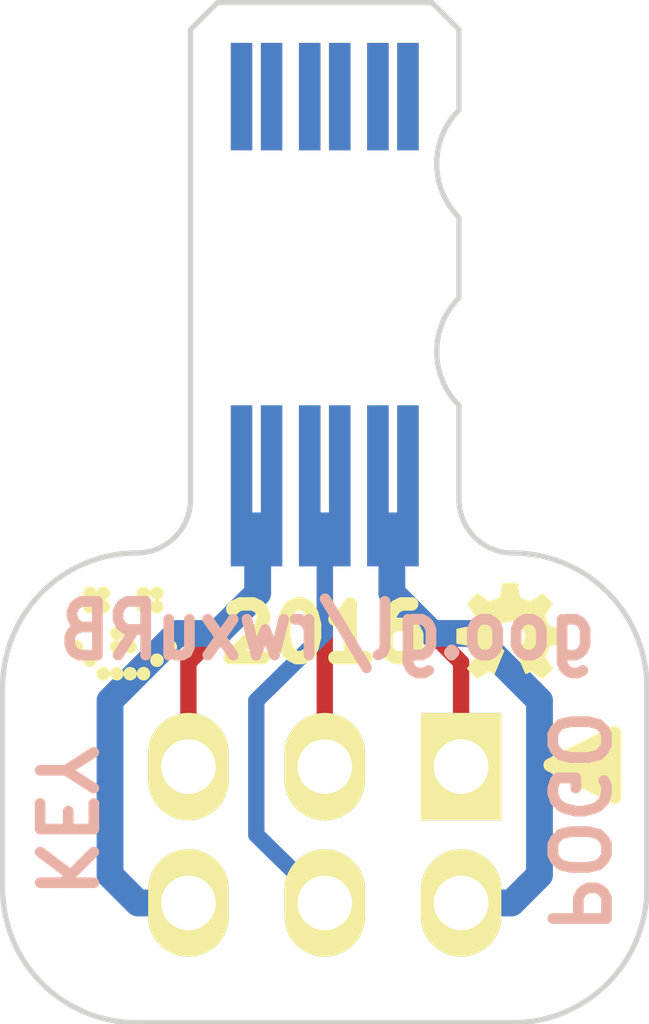
<source format=kicad_pcb>

(kicad_pcb
  (version 4)
  (host pcbnew "(2016-01-20 BZR 6500, Git 74b498d)-product")
  (general
    (links 18)
    (no_connects 0)
    (area 62.449999 62.449999 74.550001 82.8132)
    (thickness 1.6)
    (drawings 30)
    (tracks 54)
    (zones 0)
    (modules 4)
    (nets 7))
  (page User 140.005 140.005)
  (title_block
    (title "AVR-ISP pogo-plug 1.27mm")
    (date 2016-01-26)
    (rev 0.21.e)
    (company "2015 - blog.spitzenpfeil.org"))
  (layers
    (0 F.Cu signal)
    (31 B.Cu signal)
    (36 B.SilkS user)
    (37 F.SilkS user)
    (38 B.Mask user)
    (39 F.Mask user)
    (44 Edge.Cuts user))
  (setup
    (last_trace_width 0.3048)
    (user_trace_width 0.25)
    (user_trace_width 0.5)
    (user_trace_width 0.75)
    (user_trace_width 1)
    (trace_clearance 0.2032)
    (zone_clearance 0.508)
    (zone_45_only yes)
    (trace_min 0.2032)
    (segment_width 0.15)
    (edge_width 0.1)
    (via_size 0.635)
    (via_drill 0.3302)
    (via_min_size 0.635)
    (via_min_drill 0.3302)
    (uvia_size 0.508)
    (uvia_drill 0.127)
    (uvias_allowed no)
    (uvia_min_size 0.508)
    (uvia_min_drill 0.127)
    (pcb_text_width 0.3)
    (pcb_text_size 1.5 1.5)
    (mod_edge_width 0.1)
    (mod_text_size 1.5 1.5)
    (mod_text_width 0.15)
    (pad_size 1.5 2)
    (pad_drill 1.016)
    (pad_to_mask_clearance 0)
    (aux_axis_origin 0 0)
    (visible_elements FFFFFF7F)
    (pcbplotparams
      (layerselection 0x010f0_ffffffff)
      (usegerberextensions true)
      (excludeedgelayer true)
      (linewidth 0.15)
      (plotframeref false)
      (viasonmask false)
      (mode 1)
      (useauxorigin false)
      (hpglpennumber 1)
      (hpglpenspeed 20)
      (hpglpendiameter 15)
      (hpglpenoverlay 2)
      (psnegative false)
      (psa4output false)
      (plotreference true)
      (plotvalue true)
      (plotinvisibletext false)
      (padsonsilk false)
      (subtractmaskfromsilk true)
      (outputformat 1)
      (mirror false)
      (drillshape 0)
      (scaleselection 1)
      (outputdirectory gerber_files/)))
  (net 0 "")
  (net 1 /GND)
  (net 2 /MISO)
  (net 3 /MOSI)
  (net 4 /RESET)
  (net 5 /SCK)
  (net 6 /V-target)
  (net_class Default "This is the default net class."
    (clearance 0.2032)
    (trace_width 0.3048)
    (via_dia 0.635)
    (via_drill 0.3302)
    (uvia_dia 0.508)
    (uvia_drill 0.127)
    (add_net /GND)
    (add_net /MISO)
    (add_net /MOSI)
    (add_net /RESET)
    (add_net /SCK)
    (add_net /V-target))
  (module MADW__PIN_ARRAY_3x2_1.27mm
    (layer F.Cu)
    (tedit 56A7B90D)
    (tstamp 52B2361F)
    (at 68.5 68)
    (descr "Male 3x2 header with 1.27mm raster")
    (tags "CONN, header, male, 3x2, 1.27mm")
    (path /51A0EE07)
    (clearance 0.15)
    (fp_text reference P2
      (at 0 -1)
      (layer F.SilkS) hide
      (effects
        (font
          (size 1 1)
          (thickness 0.2))))
    (fp_text value CONN_6
      (at 0 1)
      (layer F.SilkS) hide
      (effects
        (font
          (size 1 1)
          (thickness 0.2))))
    (pad ~ smd rect
      (at -1.55 -3.75)
      (size 0.4 2)
      (layers F.Cu F.Mask))
    (pad ~ smd rect
      (at -0.28 -3.75)
      (size 0.4 2)
      (layers F.Cu F.Mask))
    (pad ~ smd rect
      (at 0.28 -3.75)
      (size 0.4 2)
      (layers F.Cu F.Mask))
    (pad ~ smd rect
      (at -0.99 -3.75)
      (size 0.4 2)
      (layers F.Cu F.Mask))
    (pad ~ smd rect
      (at 0.99 -3.75)
      (size 0.4 2)
      (layers F.Cu F.Mask))
    (pad ~ smd rect
      (at 1.55 -3.75)
      (size 0.4 2)
      (layers F.Cu F.Mask))
    (pad ~ smd rect
      (at -1.55 -3.75)
      (size 0.4 2)
      (layers B.Cu F.Mask))
    (pad ~ smd rect
      (at -0.28 -3.75)
      (size 0.4 2)
      (layers B.Cu F.Mask))
    (pad ~ smd rect
      (at 0.28 -3.75)
      (size 0.4 2)
      (layers B.Cu F.Mask))
    (pad ~ smd rect
      (at -0.99 -3.75)
      (size 0.4 2)
      (layers B.Cu F.Mask))
    (pad ~ smd rect
      (at 0.99 -3.75)
      (size 0.4 2)
      (layers B.Cu F.Mask))
    (pad ~ smd rect
      (at 1.55 -3.75)
      (size 0.4 2)
      (layers B.Cu F.Mask))
    (pad 1 smd rect
      (at 0.99 3.5)
      (size 0.4 3)
      (layers F.Cu F.Mask)
      (net 2 /MISO))
    (pad 1 smd rect
      (at 1.55 3.5)
      (size 0.4 3)
      (layers F.Cu F.Mask)
      (net 2 /MISO))
    (pad 1 smd rect
      (at 1.27 4.4958)
      (size 0.95 1)
      (layers F.Cu F.Mask)
      (net 2 /MISO))
    (pad 2 smd rect
      (at 0.99 3.5)
      (size 0.4 3)
      (layers B.Cu F.Mask)
      (net 6 /V-target))
    (pad 2 smd rect
      (at 1.55 3.5)
      (size 0.4 3)
      (layers B.Cu F.Mask)
      (net 6 /V-target))
    (pad 2 smd rect
      (at 1.27 4.4958)
      (size 0.95 1)
      (layers B.Cu B.Mask)
      (net 6 /V-target))
    (pad 3 smd rect
      (at -0.28 3.5)
      (size 0.4 3)
      (layers F.Cu F.Mask)
      (net 5 /SCK))
    (pad 3 smd rect
      (at 0.28 3.5)
      (size 0.4 3)
      (layers F.Cu F.Mask)
      (net 5 /SCK))
    (pad 3 smd rect
      (at 0 4.4958)
      (size 0.95 1)
      (layers F.Cu F.Mask)
      (net 5 /SCK))
    (pad 4 smd rect
      (at -0.28 3.5)
      (size 0.4 3)
      (layers B.Cu F.Mask)
      (net 3 /MOSI))
    (pad 4 smd rect
      (at 0.28 3.5)
      (size 0.4 3)
      (layers B.Cu F.Mask)
      (net 3 /MOSI))
    (pad 4 smd rect
      (at 0 4.4958)
      (size 0.95 1)
      (layers B.Cu B.Mask)
      (net 3 /MOSI))
    (pad 5 smd rect
      (at -0.99 3.5)
      (size 0.4 3)
      (layers F.Cu F.Mask)
      (net 4 /RESET))
    (pad 5 smd rect
      (at -1.55 3.5)
      (size 0.4 3)
      (layers F.Cu F.Mask)
      (net 4 /RESET))
    (pad 5 smd rect
      (at -1.27 4.4958)
      (size 0.95 1)
      (layers F.Cu F.Mask)
      (net 4 /RESET))
    (pad 6 smd rect
      (at -0.99 3.5)
      (size 0.4 3)
      (layers B.Cu F.Mask)
      (net 1 /GND))
    (pad 6 smd rect
      (at -1.55 3.5)
      (size 0.4 3)
      (layers B.Cu F.Mask)
      (net 1 /GND))
    (pad 6 smd rect
      (at -1.27 4.4958)
      (size 0.95 1)
      (layers B.Cu B.Mask)
      (net 1 /GND)))
  (module my_parts:MADW__PIN_ARRAY_3x2_2.54mm
    (layer F.Cu)
    (tedit 53710501)
    (tstamp 51A0EF26)
    (at 68.5 78)
    (descr "Male 3x2 header with 2.54mm raster")
    (tags "CONN, header, male, 3x2, 2.54mm")
    (path /51A0EDF8)
    (fp_text reference P1
      (at 0 -3.81)
      (layer F.SilkS) hide
      (effects
        (font
          (size 1 1)
          (thickness 0.2))))
    (fp_text value CONN_6
      (at 0 3.81)
      (layer F.SilkS) hide
      (effects
        (font
          (size 1 1)
          (thickness 0.2))))
    (pad 1 thru_hole rect
      (at 2.54 -1.27)
      (size 1.5 2)
      (drill 1.016)
      (layers *.Cu *.Mask F.SilkS)
      (net 2 /MISO))
    (pad 2 thru_hole oval
      (at 2.54 1.27)
      (size 1.5 2)
      (drill 1.016)
      (layers *.Cu *.Mask F.SilkS)
      (net 6 /V-target))
    (pad 3 thru_hole oval
      (at 0 -1.27)
      (size 1.5 2)
      (drill 1.016)
      (layers *.Cu *.Mask F.SilkS)
      (net 5 /SCK))
    (pad 4 thru_hole oval
      (at 0 1.27)
      (size 1.5 2)
      (drill 1.016)
      (layers *.Cu *.Mask F.SilkS)
      (net 3 /MOSI))
    (pad 5 thru_hole oval
      (at -2.54 -1.27)
      (size 1.5 2)
      (drill 1.016)
      (layers *.Cu *.Mask F.SilkS)
      (net 4 /RESET))
    (pad 6 thru_hole oval
      (at -2.54 1.27)
      (size 1.5 2)
      (drill 1.016)
      (layers *.Cu *.Mask F.SilkS)
      (net 1 /GND))
    (model Pin_Headers/Pin_Header_Angled_2x03.wrl
      (at
        (xyz 0 0 0))
      (scale
        (xyz 1 1 1))
      (rotate
        (xyz 0 0 180))))
  (module OSHW-logo_silkscreen_2mm
    (layer F.Cu)
    (tedit 51A1020D)
    (tstamp 51A1C428)
    (at 71.95 74.2)
    (fp_text reference G2
      (at 0 1.05918)
      (layer F.SilkS) hide
      (effects
        (font
          (size 0.127 0.127)
          (thickness 0.01778))))
    (fp_text value OSHW-logo_silkscreen_2mm
      (at 0 -1.05918)
      (layer F.SilkS) hide
      (effects
        (font
          (size 0.0889 0.0889)
          (thickness 0.01778))))
    (fp_poly
      (pts
        (xy -0.60452 0.89662)
        (xy -0.59436 0.89154)
        (xy -0.5715 0.8763)
        (xy -0.53848 0.85598)
        (xy -0.49784 0.82804)
        (xy -0.45974 0.80264)
        (xy -0.42672 0.77978)
        (xy -0.40386 0.76454)
        (xy -0.3937 0.75946)
        (xy -0.38862 0.762)
        (xy -0.37084 0.77216)
        (xy -0.3429 0.78486)
        (xy -0.32766 0.79248)
        (xy -0.30226 0.80518)
        (xy -0.28956 0.80772)
        (xy -0.28702 0.80264)
        (xy -0.27686 0.78486)
        (xy -0.26416 0.75184)
        (xy -0.24384 0.70866)
        (xy -0.22352 0.65786)
        (xy -0.20066 0.60198)
        (xy -0.1778 0.5461)
        (xy -0.15494 0.49276)
        (xy -0.13462 0.4445)
        (xy -0.11938 0.4064)
        (xy -0.10922 0.37846)
        (xy -0.10414 0.3683)
        (xy -0.10668 0.36576)
        (xy -0.11938 0.35306)
        (xy -0.1397 0.33782)
        (xy -0.18796 0.29718)
        (xy -0.23368 0.23876)
        (xy -0.26416 0.17272)
        (xy -0.27178 0.09906)
        (xy -0.26416 0.03302)
        (xy -0.23876 -0.03048)
        (xy -0.19304 -0.09144)
        (xy -0.13716 -0.13462)
        (xy -0.07112 -0.16256)
        (xy 0 -0.17018)
        (xy 0.06858 -0.16256)
        (xy 0.13462 -0.13716)
        (xy 0.19558 -0.09144)
        (xy 0.21844 -0.0635)
        (xy 0.254 -0.00254)
        (xy 0.27432 0.05842)
        (xy 0.27432 0.07366)
        (xy 0.27178 0.14478)
        (xy 0.25146 0.21336)
        (xy 0.2159 0.27178)
        (xy 0.16256 0.32258)
        (xy 0.15748 0.32766)
        (xy 0.13208 0.34544)
        (xy 0.11684 0.3556)
        (xy 0.10414 0.36576)
        (xy 0.19304 0.58166)
        (xy 0.20828 0.61722)
        (xy 0.23368 0.67564)
        (xy 0.254 0.72644)
        (xy 0.27178 0.76708)
        (xy 0.28448 0.79248)
        (xy 0.28956 0.80518)
        (xy 0.28956 0.80518)
        (xy 0.29718 0.80518)
        (xy 0.31242 0.8001)
        (xy 0.3429 0.78486)
        (xy 0.36322 0.7747)
        (xy 0.38608 0.76454)
        (xy 0.39624 0.75946)
        (xy 0.4064 0.76454)
        (xy 0.42672 0.77978)
        (xy 0.45974 0.8001)
        (xy 0.49784 0.8255)
        (xy 0.5334 0.8509)
        (xy 0.56896 0.87376)
        (xy 0.59182 0.889)
        (xy 0.60452 0.89662)
        (xy 0.60706 0.89662)
        (xy 0.61722 0.889)
        (xy 0.63754 0.87376)
        (xy 0.66548 0.84582)
        (xy 0.70612 0.80518)
        (xy 0.71374 0.8001)
        (xy 0.74676 0.76454)
        (xy 0.7747 0.73406)
        (xy 0.79502 0.71374)
        (xy 0.8001 0.70612)
        (xy 0.8001 0.70612)
        (xy 0.79502 0.69342)
        (xy 0.77978 0.66802)
        (xy 0.75692 0.635)
        (xy 0.72898 0.59436)
        (xy 0.65786 0.49022)
        (xy 0.6985 0.3937)
        (xy 0.70866 0.36322)
        (xy 0.7239 0.32766)
        (xy 0.7366 0.30226)
        (xy 0.74168 0.28956)
        (xy 0.75184 0.28702)
        (xy 0.77978 0.2794)
        (xy 0.81788 0.27178)
        (xy 0.8636 0.26416)
        (xy 0.90932 0.254)
        (xy 0.94742 0.24638)
        (xy 0.9779 0.2413)
        (xy 0.9906 0.23876)
        (xy 0.99314 0.23622)
        (xy 0.99568 0.23114)
        (xy 0.99822 0.21844)
        (xy 0.99822 0.19304)
        (xy 0.99822 0.15494)
        (xy 0.99822 0.09906)
        (xy 0.99822 0.09398)
        (xy 0.99822 0.04064)
        (xy 0.99822 0)
        (xy 0.99568 -0.0254)
        (xy 0.99314 -0.03556)
        (xy 0.99314 -0.03556)
        (xy 0.98044 -0.04064)
        (xy 0.9525 -0.04572)
        (xy 0.9144 -0.05334)
        (xy 0.86614 -0.0635)
        (xy 0.8636 -0.0635)
        (xy 0.81534 -0.07112)
        (xy 0.77724 -0.08128)
        (xy 0.7493 -0.08636)
        (xy 0.7366 -0.09144)
        (xy 0.73406 -0.09398)
        (xy 0.7239 -0.11176)
        (xy 0.7112 -0.14224)
        (xy 0.69596 -0.1778)
        (xy 0.68072 -0.21336)
        (xy 0.66548 -0.24892)
        (xy 0.65786 -0.27178)
        (xy 0.65532 -0.28448)
        (xy 0.65532 -0.28448)
        (xy 0.66294 -0.29464)
        (xy 0.67818 -0.32004)
        (xy 0.70104 -0.35306)
        (xy 0.72898 -0.3937)
        (xy 0.73152 -0.39878)
        (xy 0.75946 -0.43688)
        (xy 0.77978 -0.47244)
        (xy 0.79502 -0.4953)
        (xy 0.8001 -0.50546)
        (xy 0.8001 -0.508)
        (xy 0.79248 -0.51816)
        (xy 0.77216 -0.54102)
        (xy 0.74168 -0.5715)
        (xy 0.70612 -0.60706)
        (xy 0.69596 -0.61722)
        (xy 0.65786 -0.65532)
        (xy 0.62992 -0.68072)
        (xy 0.61214 -0.69342)
        (xy 0.60452 -0.6985)
        (xy 0.60452 -0.69596)
        (xy 0.59182 -0.69088)
        (xy 0.56642 -0.6731)
        (xy 0.5334 -0.65024)
        (xy 0.49276 -0.6223)
        (xy 0.49022 -0.61976)
        (xy 0.44958 -0.59436)
        (xy 0.41656 -0.5715)
        (xy 0.3937 -0.55626)
        (xy 0.38354 -0.54864)
        (xy 0.381 -0.54864)
        (xy 0.36576 -0.55372)
        (xy 0.33528 -0.56388)
        (xy 0.30226 -0.57658)
        (xy 0.26416 -0.59182)
        (xy 0.23114 -0.60706)
        (xy 0.20574 -0.61722)
        (xy 0.19304 -0.62484)
        (xy 0.19304 -0.62484)
        (xy 0.18796 -0.64008)
        (xy 0.18288 -0.67056)
        (xy 0.17272 -0.7112)
        (xy 0.1651 -0.75946)
        (xy 0.16256 -0.76708)
        (xy 0.15494 -0.81534)
        (xy 0.14732 -0.85344)
        (xy 0.1397 -0.88138)
        (xy 0.13716 -0.89408)
        (xy 0.13208 -0.89408)
        (xy 0.10668 -0.89662)
        (xy 0.07112 -0.89662)
        (xy 0.02794 -0.89662)
        (xy -0.01524 -0.89662)
        (xy -0.05842 -0.89662)
        (xy -0.09652 -0.89408)
        (xy -0.12192 -0.89408)
        (xy -0.13462 -0.89154)
        (xy -0.13462 -0.889)
        (xy -0.1397 -0.8763)
        (xy -0.14478 -0.84582)
        (xy -0.15494 -0.80518)
        (xy -0.16256 -0.75438)
        (xy -0.1651 -0.74676)
        (xy -0.17272 -0.6985)
        (xy -0.18288 -0.6604)
        (xy -0.18796 -0.63246)
        (xy -0.1905 -0.6223)
        (xy -0.19558 -0.61976)
        (xy -0.21336 -0.61214)
        (xy -0.24638 -0.59944)
        (xy -0.28702 -0.58166)
        (xy -0.37846 -0.5461)
        (xy -0.49022 -0.6223)
        (xy -0.50038 -0.62992)
        (xy -0.54102 -0.65786)
        (xy -0.57404 -0.67818)
        (xy -0.5969 -0.69342)
        (xy -0.60706 -0.6985)
        (xy -0.60706 -0.6985)
        (xy -0.61722 -0.68834)
        (xy -0.64008 -0.66802)
        (xy -0.67056 -0.63754)
        (xy -0.70612 -0.60452)
        (xy -0.73152 -0.57658)
        (xy -0.762 -0.5461)
        (xy -0.78232 -0.52578)
        (xy -0.79248 -0.51054)
        (xy -0.79756 -0.50292)
        (xy -0.79502 -0.49784)
        (xy -0.78994 -0.48514)
        (xy -0.77216 -0.46228)
        (xy -0.7493 -0.42672)
        (xy -0.72136 -0.38862)
        (xy -0.6985 -0.35306)
        (xy -0.67564 -0.3175)
        (xy -0.6604 -0.28956)
        (xy -0.65278 -0.27686)
        (xy -0.65532 -0.27178)
        (xy -0.66294 -0.24892)
        (xy -0.67564 -0.2159)
        (xy -0.69342 -0.17526)
        (xy -0.73152 -0.08636)
        (xy -0.78994 -0.0762)
        (xy -0.8255 -0.06858)
        (xy -0.8763 -0.06096)
        (xy -0.92202 -0.0508)
        (xy -0.99568 -0.03556)
        (xy -0.99822 0.23114)
        (xy -0.98806 0.23622)
        (xy -0.97536 0.2413)
        (xy -0.94996 0.24638)
        (xy -0.90932 0.254)
        (xy -0.8636 0.26162)
        (xy -0.8255 0.26924)
        (xy -0.78486 0.27686)
        (xy -0.75692 0.28194)
        (xy -0.74422 0.28448)
        (xy -0.74168 0.28956)
        (xy -0.73152 0.30988)
        (xy -0.71628 0.34036)
        (xy -0.70104 0.37592)
        (xy -0.6858 0.41402)
        (xy -0.6731 0.44958)
        (xy -0.66294 0.47498)
        (xy -0.65786 0.49022)
        (xy -0.66294 0.50038)
        (xy -0.67818 0.52324)
        (xy -0.70104 0.55626)
        (xy -0.72644 0.59436)
        (xy -0.75438 0.635)
        (xy -0.77724 0.66802)
        (xy -0.79248 0.69342)
        (xy -0.8001 0.70358)
        (xy -0.79502 0.7112)
        (xy -0.77978 0.72898)
        (xy -0.75184 0.75946)
        (xy -0.70612 0.80518)
        (xy -0.6985 0.81026)
        (xy -0.66548 0.84582)
        (xy -0.635 0.87122)
        (xy -0.61468 0.89154)
        (xy -0.60452 0.89662))
      (layer F.SilkS)
      (width 0.00254)))
  (module LED_smile_silkscreen_2mm
    (layer F.Cu)
    (tedit 51A10207)
    (tstamp 51A16246)
    (at 64.75 74.25)
    (fp_text reference G1
      (at 0 1.15062)
      (layer F.SilkS) hide
      (effects
        (font
          (size 0.127 0.127)
          (thickness 0.00508))))
    (fp_text value LED_smile_silkscreen_2mm
      (at 0 -1.15062)
      (layer F.SilkS) hide
      (effects
        (font
          (size 0.0254 0.0254)
          (thickness 0.00508))))
    (fp_poly
      (pts
        (xy 0.37592 0.87376)
        (xy 0.40132 0.87122)
        (xy 0.42418 0.8636)
        (xy 0.43434 0.85852)
        (xy 0.4572 0.84328)
        (xy 0.47244 0.8255)
        (xy 0.48514 0.80264)
        (xy 0.4953 0.77978)
        (xy 0.49784 0.75692)
        (xy 0.49784 0.73152)
        (xy 0.49276 0.70612)
        (xy 0.48006 0.68326)
        (xy 0.47244 0.6731)
        (xy 0.46228 0.66294)
        (xy 0.45212 0.65024)
        (xy 0.44196 0.64262)
        (xy 0.43688 0.64008)
        (xy 0.41656 0.62992)
        (xy 0.3937 0.62484)
        (xy 0.3683 0.62484)
        (xy 0.36068 0.62484)
        (xy 0.34544 0.62738)
        (xy 0.33528 0.62992)
        (xy 0.32004 0.635)
        (xy 0.30734 0.64262)
        (xy 0.28702 0.6604)
        (xy 0.26924 0.68072)
        (xy 0.25654 0.70358)
        (xy 0.254 0.71374)
        (xy 0.25146 0.72644)
        (xy 0.24892 0.73406)
        (xy 0.24892 0.7366)
        (xy 0.24892 0.7366)
        (xy 0.24892 0.73152)
        (xy 0.24892 0.73152)
        (xy 0.24384 0.71374)
        (xy 0.23876 0.6985)
        (xy 0.23114 0.68326)
        (xy 0.2159 0.66548)
        (xy 0.19812 0.6477)
        (xy 0.17526 0.635)
        (xy 0.14986 0.62738)
        (xy 0.12446 0.62484)
        (xy 0.11684 0.62484)
        (xy 0.09906 0.62738)
        (xy 0.07874 0.63246)
        (xy 0.0762 0.63246)
        (xy 0.05334 0.64516)
        (xy 0.03556 0.6604)
        (xy 0.02032 0.68072)
        (xy 0.00762 0.70104)
        (xy 0.00254 0.7239)
        (xy 0 0.7239)
        (xy 0 0.72898)
        (xy 0 0.73152)
        (xy 0 0.73152)
        (xy 0 0.72898)
        (xy -0.00254 0.7239)
        (xy -0.00254 0.72136)
        (xy -0.01016 0.6985)
        (xy -0.02032 0.67818)
        (xy -0.0381 0.65786)
        (xy -0.05334 0.64516)
        (xy -0.07366 0.635)
        (xy -0.09906 0.62738)
        (xy -0.12446 0.62484)
        (xy -0.14224 0.62484)
        (xy -0.16764 0.63246)
        (xy -0.1905 0.64262)
        (xy -0.21082 0.65786)
        (xy -0.22606 0.67818)
        (xy -0.2286 0.68072)
        (xy -0.23368 0.69088)
        (xy -0.23876 0.6985)
        (xy -0.2413 0.70358)
        (xy -0.24384 0.71628)
        (xy -0.24638 0.72644)
        (xy -0.24892 0.73406)
        (xy -0.24892 0.7366)
        (xy -0.24892 0.7366)
        (xy -0.24892 0.73152)
        (xy -0.25146 0.71628)
        (xy -0.25908 0.70104)
        (xy -0.2667 0.6858)
        (xy -0.28194 0.66548)
        (xy -0.29972 0.6477)
        (xy -0.32258 0.635)
        (xy -0.34798 0.62738)
        (xy -0.37338 0.62484)
        (xy -0.39624 0.62484)
        (xy -0.42164 0.63246)
        (xy -0.44196 0.64516)
        (xy -0.46228 0.66294)
        (xy -0.47244 0.6731)
        (xy -0.4826 0.6858)
        (xy -0.49022 0.70358)
        (xy -0.4953 0.71628)
        (xy -0.49784 0.74168)
        (xy -0.49784 0.76454)
        (xy -0.49276 0.7874)
        (xy -0.4826 0.81026)
        (xy -0.4699 0.83058)
        (xy -0.45212 0.84582)
        (xy -0.4318 0.86106)
        (xy -0.40894 0.86868)
        (xy -0.38354 0.87376)
        (xy -0.381 0.87376)
        (xy -0.3556 0.87376)
        (xy -0.33274 0.86614)
        (xy -0.30988 0.85598)
        (xy -0.29972 0.8509)
        (xy -0.28448 0.83566)
        (xy -0.26924 0.81788)
        (xy -0.25908 0.8001)
        (xy -0.25654 0.79248)
        (xy -0.254 0.78232)
        (xy -0.25146 0.76962)
        (xy -0.24892 0.762)
        (xy -0.24892 0.75692)
        (xy -0.24892 0.762)
        (xy -0.24892 0.76708)
        (xy -0.24638 0.77724)
        (xy -0.2413 0.78994)
        (xy -0.23876 0.8001)
        (xy -0.23114 0.8128)
        (xy -0.2159 0.83312)
        (xy -0.19812 0.84836)
        (xy -0.17526 0.8636)
        (xy -0.14986 0.87122)
        (xy -0.14732 0.87122)
        (xy -0.12954 0.87376)
        (xy -0.11176 0.87376)
        (xy -0.09398 0.87122)
        (xy -0.07874 0.86614)
        (xy -0.05588 0.85344)
        (xy -0.03302 0.83566)
        (xy -0.03302 0.83566)
        (xy -0.01778 0.81788)
        (xy -0.00762 0.79502)
        (xy -0.00254 0.7747)
        (xy 0 0.7747)
        (xy 0 0.76708)
        (xy 0 0.76454)
        (xy 0 0.76708)
        (xy 0 0.77216)
        (xy 0 0.7747)
        (xy 0.00508 0.7874)
        (xy 0.01016 0.8001)
        (xy 0.01778 0.81534)
        (xy 0.02794 0.83058)
        (xy 0.04826 0.84836)
        (xy 0.06858 0.86106)
        (xy 0.09398 0.87122)
        (xy 0.09906 0.87122)
        (xy 0.1143 0.87376)
        (xy 0.13462 0.87376)
        (xy 0.14986 0.87122)
        (xy 0.16256 0.86614)
        (xy 0.18796 0.85598)
        (xy 0.20828 0.84074)
        (xy 0.22606 0.82296)
        (xy 0.23876 0.8001)
        (xy 0.2413 0.79248)
        (xy 0.24384 0.78232)
        (xy 0.24638 0.76962)
        (xy 0.24892 0.762)
        (xy 0.24892 0.762)
        (xy 0.24892 0.762)
        (xy 0.24892 0.76708)
        (xy 0.24892 0.76708)
        (xy 0.254 0.78232)
        (xy 0.25908 0.8001)
        (xy 0.2667 0.8128)
        (xy 0.26924 0.81788)
        (xy 0.28702 0.8382)
        (xy 0.30734 0.85344)
        (xy 0.32766 0.86614)
        (xy 0.35052 0.87122)
        (xy 0.37592 0.87376))
      (layer F.SilkS)
      (width 0.00254))
    (fp_poly
      (pts
        (xy -0.63246 0.62484)
        (xy -0.61722 0.6223)
        (xy -0.60198 0.6223)
        (xy -0.5842 0.61722)
        (xy -0.56134 0.60706)
        (xy -0.54102 0.59182)
        (xy -0.52324 0.57404)
        (xy -0.51054 0.55118)
        (xy -0.50292 0.52832)
        (xy -0.49784 0.50292)
        (xy -0.50038 0.47752)
        (xy -0.508 0.45466)
        (xy -0.51816 0.4318)
        (xy -0.5334 0.41148)
        (xy -0.55372 0.3937)
        (xy -0.56134 0.39116)
        (xy -0.5842 0.381)
        (xy -0.6096 0.37338)
        (xy -0.635 0.37338)
        (xy -0.6604 0.37846)
        (xy -0.68072 0.38862)
        (xy -0.70358 0.40132)
        (xy -0.72136 0.42164)
        (xy -0.7366 0.44196)
        (xy -0.74422 0.46736)
        (xy -0.74676 0.48006)
        (xy -0.7493 0.49784)
        (xy -0.7493 0.51308)
        (xy -0.74676 0.52578)
        (xy -0.74422 0.53086)
        (xy -0.73406 0.55626)
        (xy -0.72136 0.57912)
        (xy -0.70104 0.5969)
        (xy -0.67818 0.61214)
        (xy -0.66802 0.61468)
        (xy -0.65278 0.61976)
        (xy -0.64008 0.6223)
        (xy -0.63246 0.62484))
      (layer F.SilkS)
      (width 0.00254))
    (fp_poly
      (pts
        (xy 0.62738 0.62484)
        (xy 0.65278 0.61976)
        (xy 0.67818 0.61214)
        (xy 0.70104 0.5969)
        (xy 0.70612 0.59436)
        (xy 0.72136 0.57658)
        (xy 0.7366 0.55372)
        (xy 0.74422 0.52832)
        (xy 0.74676 0.51562)
        (xy 0.7493 0.50038)
        (xy 0.7493 0.48514)
        (xy 0.74676 0.47244)
        (xy 0.74422 0.46482)
        (xy 0.73406 0.43942)
        (xy 0.72136 0.4191)
        (xy 0.70104 0.40132)
        (xy 0.68072 0.38862)
        (xy 0.65786 0.37846)
        (xy 0.62992 0.37338)
        (xy 0.6223 0.37338)
        (xy 0.5969 0.37592)
        (xy 0.5715 0.38354)
        (xy 0.55118 0.39624)
        (xy 0.5334 0.41402)
        (xy 0.51816 0.4318)
        (xy 0.508 0.45466)
        (xy 0.50038 0.47752)
        (xy 0.50038 0.50546)
        (xy 0.50038 0.5207)
        (xy 0.50292 0.5334)
        (xy 0.508 0.54864)
        (xy 0.51816 0.56642)
        (xy 0.53594 0.58674)
        (xy 0.55372 0.60198)
        (xy 0.57658 0.61468)
        (xy 0.60198 0.6223)
        (xy 0.62738 0.62484))
      (layer F.SilkS)
      (width 0.00254))
    (fp_poly
      (pts
        (xy -0.88138 0.37338)
        (xy -0.8636 0.37338)
        (xy -0.84836 0.37084)
        (xy -0.83058 0.36576)
        (xy -0.80772 0.35306)
        (xy -0.78486 0.33782)
        (xy -0.77216 0.32258)
        (xy -0.75946 0.29972)
        (xy -0.75184 0.27432)
        (xy -0.7493 0.2667)
        (xy -0.7493 0.25146)
        (xy -0.7493 0.23622)
        (xy -0.75184 0.22352)
        (xy -0.75438 0.2159)
        (xy -0.762 0.1905)
        (xy -0.77724 0.17018)
        (xy -0.79502 0.14986)
        (xy -0.81788 0.13716)
        (xy -0.82804 0.13208)
        (xy -0.84328 0.127)
        (xy -0.85852 0.12446)
        (xy -0.87884 0.12446)
        (xy -0.889 0.12446)
        (xy -0.90424 0.127)
        (xy -0.91694 0.12954)
        (xy -0.92964 0.13716)
        (xy -0.93726 0.14224)
        (xy -0.95758 0.15748)
        (xy -0.97536 0.17526)
        (xy -0.98806 0.19812)
        (xy -0.99568 0.22352)
        (xy -0.99822 0.23114)
        (xy -0.99822 0.24384)
        (xy -0.99822 0.25908)
        (xy -0.99568 0.27432)
        (xy -0.99568 0.28194)
        (xy -0.98552 0.30734)
        (xy -0.97028 0.32766)
        (xy -0.9525 0.34544)
        (xy -0.92964 0.36068)
        (xy -0.90424 0.37084)
        (xy -0.89662 0.37084)
        (xy -0.88138 0.37338))
      (layer F.SilkS)
      (width 0.00254))
    (fp_poly
      (pts
        (xy 0.12192 0.37338)
        (xy 0.14478 0.37084)
        (xy 0.17018 0.36576)
        (xy 0.18288 0.35814)
        (xy 0.20574 0.3429)
        (xy 0.22352 0.32512)
        (xy 0.23622 0.30226)
        (xy 0.24384 0.2794)
        (xy 0.24638 0.27432)
        (xy 0.24892 0.254)
        (xy 0.24892 0.23368)
        (xy 0.24384 0.21336)
        (xy 0.23368 0.18796)
        (xy 0.21844 0.16764)
        (xy 0.20066 0.14986)
        (xy 0.1778 0.13716)
        (xy 0.1524 0.127)
        (xy 0.13716 0.12192)
        (xy 0.14478 0.12192)
        (xy 0.14732 0.12192)
        (xy 0.1651 0.11684)
        (xy 0.18288 0.10922)
        (xy 0.20066 0.09652)
        (xy 0.2032 0.09398)
        (xy 0.22098 0.0762)
        (xy 0.23622 0.05588)
        (xy 0.24384 0.03302)
        (xy 0.24892 0.00762)
        (xy 0.24892 -0.01524)
        (xy 0.2413 -0.0381)
        (xy 0.23114 -0.0635)
        (xy 0.23114 -0.0635)
        (xy 0.2159 -0.08382)
        (xy 0.19558 -0.1016)
        (xy 0.17526 -0.11176)
        (xy 0.1524 -0.11938)
        (xy 0.12954 -0.12446)
        (xy 0.10414 -0.12192)
        (xy 0.08128 -0.11684)
        (xy 0.05842 -0.10414)
        (xy 0.0381 -0.0889)
        (xy 0.02794 -0.07874)
        (xy 0.01524 -0.05842)
        (xy 0.00508 -0.04064)
        (xy 0 -0.02032)
        (xy 0 -0.01778)
        (xy 0 -0.01524)
        (xy 0 -0.01524)
        (xy 0 -0.02032)
        (xy -0.00508 -0.0381)
        (xy -0.0127 -0.05588)
        (xy -0.02286 -0.07366)
        (xy -0.03048 -0.08128)
        (xy -0.04826 -0.09906)
        (xy -0.07112 -0.11176)
        (xy -0.09398 -0.11938)
        (xy -0.11938 -0.12446)
        (xy -0.14478 -0.12192)
        (xy -0.16002 -0.11938)
        (xy -0.18542 -0.10922)
        (xy -0.20574 -0.09398)
        (xy -0.22352 -0.0762)
        (xy -0.23622 -0.05334)
        (xy -0.24638 -0.02794)
        (xy -0.24638 -0.01524)
        (xy -0.24892 0.00762)
        (xy -0.24384 0.03302)
        (xy -0.23622 0.05588)
        (xy -0.22098 0.0762)
        (xy -0.2032 0.09398)
        (xy -0.18034 0.10922)
        (xy -0.17018 0.1143)
        (xy -0.16002 0.11938)
        (xy -0.14986 0.12192)
        (xy -0.1397 0.12192)
        (xy -0.1397 0.12192)
        (xy -0.1397 0.12446)
        (xy -0.14478 0.12446)
        (xy -0.15748 0.12954)
        (xy -0.17526 0.13462)
        (xy -0.18796 0.14224)
        (xy -0.19558 0.14732)
        (xy -0.21336 0.16256)
        (xy -0.2286 0.18034)
        (xy -0.23876 0.19812)
        (xy -0.24638 0.21844)
        (xy -0.24892 0.2413)
        (xy -0.24892 0.26416)
        (xy -0.24638 0.2667)
        (xy -0.2413 0.29464)
        (xy -0.2286 0.3175)
        (xy -0.21082 0.33782)
        (xy -0.19812 0.35052)
        (xy -0.17526 0.36322)
        (xy -0.14986 0.37084)
        (xy -0.14224 0.37338)
        (xy -0.127 0.37338)
        (xy -0.1143 0.37338)
        (xy -0.09906 0.37084)
        (xy -0.0889 0.3683)
        (xy -0.08128 0.36576)
        (xy -0.05842 0.3556)
        (xy -0.03556 0.33782)
        (xy -0.02032 0.3175)
        (xy -0.0127 0.30734)
        (xy -0.00508 0.2921)
        (xy -0.00254 0.27432)
        (xy 0 0.27432)
        (xy 0 0.2667)
        (xy 0 0.26416)
        (xy 0 0.26416)
        (xy 0 0.23114)
        (xy 0 0.23114)
        (xy 0 0.2286)
        (xy -0.00254 0.22352)
        (xy -0.00254 0.22098)
        (xy -0.01016 0.19812)
        (xy -0.02032 0.1778)
        (xy -0.0381 0.16002)
        (xy -0.05588 0.14478)
        (xy -0.0762 0.13208)
        (xy -0.07874 0.13208)
        (xy -0.0889 0.12954)
        (xy -0.09906 0.127)
        (xy -0.11176 0.12446)
        (xy -0.1016 0.12192)
        (xy -0.08636 0.11684)
        (xy -0.0635 0.10922)
        (xy -0.04318 0.09398)
        (xy -0.0254 0.0762)
        (xy -0.0127 0.05588)
        (xy -0.00762 0.04572)
        (xy -0.00254 0.03302)
        (xy 0 0.02032)
        (xy 0 0.01778)
        (xy 0 0.01524)
        (xy 0 0.01524)
        (xy 0 0.02032)
        (xy 0.00254 0.03048)
        (xy 0.00762 0.04318)
        (xy 0.0127 0.05588)
        (xy 0.02032 0.06858)
        (xy 0.03556 0.0889)
        (xy 0.05588 0.10414)
        (xy 0.07874 0.1143)
        (xy 0.1016 0.12192)
        (xy 0.11176 0.12446)
        (xy 0.1016 0.127)
        (xy 0.09906 0.127)
        (xy 0.0889 0.12954)
        (xy 0.0762 0.13208)
        (xy 0.0762 0.13462)
        (xy 0.05334 0.14478)
        (xy 0.03556 0.16002)
        (xy 0.02032 0.18034)
        (xy 0.00762 0.20066)
        (xy 0.00254 0.22352)
        (xy 0 0.22352)
        (xy 0 0.2286)
        (xy 0 0.23114)
        (xy 0 0.26416)
        (xy 0 0.26416)
        (xy 0 0.26924)
        (xy 0.00254 0.27432)
        (xy 0.00508 0.2921)
        (xy 0.01524 0.31242)
        (xy 0.03048 0.33274)
        (xy 0.0508 0.35052)
        (xy 0.07112 0.36322)
        (xy 0.07112 0.36322)
        (xy 0.09652 0.37084)
        (xy 0.12192 0.37338))
      (layer F.SilkS)
      (width 0.00254))
    (fp_poly
      (pts
        (xy 0.8636 0.37338)
        (xy 0.88392 0.37338)
        (xy 0.90424 0.37084)
        (xy 0.9144 0.36576)
        (xy 0.9398 0.3556)
        (xy 0.96012 0.34036)
        (xy 0.97536 0.32258)
        (xy 0.98806 0.29972)
        (xy 0.99568 0.27432)
        (xy 0.99822 0.24892)
        (xy 0.99822 0.23876)
        (xy 0.99314 0.21336)
        (xy 0.98298 0.18796)
        (xy 0.96774 0.1651)
        (xy 0.96266 0.16256)
        (xy 0.94488 0.14732)
        (xy 0.92456 0.13462)
        (xy 0.90424 0.127)
        (xy 0.9017 0.127)
        (xy 0.88392 0.12446)
        (xy 0.8636 0.12446)
        (xy 0.84582 0.127)
        (xy 0.8382 0.12954)
        (xy 0.81534 0.1397)
        (xy 0.79248 0.1524)
        (xy 0.77724 0.17018)
        (xy 0.762 0.1905)
        (xy 0.75438 0.21336)
        (xy 0.7493 0.23876)
        (xy 0.7493 0.26416)
        (xy 0.75438 0.28956)
        (xy 0.76454 0.30734)
        (xy 0.77724 0.32766)
        (xy 0.79756 0.34798)
        (xy 0.81788 0.36068)
        (xy 0.84328 0.37084)
        (xy 0.84582 0.37084)
        (xy 0.8636 0.37338))
      (layer F.SilkS)
      (width 0.00254))
    (fp_poly
      (pts
        (xy -0.37084 -0.37338)
        (xy -0.34544 -0.37592)
        (xy -0.32004 -0.38608)
        (xy -0.30988 -0.39116)
        (xy -0.29972 -0.39878)
        (xy -0.28702 -0.40894)
        (xy -0.27432 -0.42418)
        (xy -0.26162 -0.4445)
        (xy -0.25146 -0.4699)
        (xy -0.25146 -0.47498)
        (xy -0.24892 -0.49276)
        (xy -0.24892 -0.51054)
        (xy -0.25146 -0.52578)
        (xy -0.25908 -0.5461)
        (xy -0.26924 -0.56896)
        (xy -0.28448 -0.58674)
        (xy -0.28702 -0.58928)
        (xy -0.29972 -0.59944)
        (xy -0.31242 -0.60706)
        (xy -0.32512 -0.61468)
        (xy -0.3302 -0.61468)
        (xy -0.34036 -0.61976)
        (xy -0.35052 -0.6223)
        (xy -0.35814 -0.6223)
        (xy -0.36068 -0.6223)
        (xy -0.3556 -0.62484)
        (xy -0.35052 -0.62484)
        (xy -0.3429 -0.62738)
        (xy -0.33274 -0.62992)
        (xy -0.31496 -0.64008)
        (xy -0.29718 -0.65024)
        (xy -0.28194 -0.66294)
        (xy -0.2794 -0.66802)
        (xy -0.26416 -0.68834)
        (xy -0.254 -0.7112)
        (xy -0.24892 -0.7366)
        (xy -0.24892 -0.762)
        (xy -0.24892 -0.76708)
        (xy -0.25654 -0.79248)
        (xy -0.26924 -0.81534)
        (xy -0.28702 -0.8382)
        (xy -0.30226 -0.8509)
        (xy -0.32258 -0.8636)
        (xy -0.34798 -0.87122)
        (xy -0.35306 -0.87122)
        (xy -0.3683 -0.87376)
        (xy -0.38608 -0.87376)
        (xy -0.40132 -0.87122)
        (xy -0.41656 -0.86614)
        (xy -0.43942 -0.85598)
        (xy -0.45974 -0.84074)
        (xy -0.47498 -0.82042)
        (xy -0.48768 -0.8001)
        (xy -0.4953 -0.7747)
        (xy -0.49784 -0.77216)
        (xy -0.49784 -0.76708)
        (xy -0.50038 -0.76454)
        (xy -0.50038 -0.76708)
        (xy -0.50038 -0.77216)
        (xy -0.50292 -0.78232)
        (xy -0.508 -0.79248)
        (xy -0.51054 -0.80264)
        (xy -0.51562 -0.81026)
        (xy -0.53086 -0.83312)
        (xy -0.54864 -0.8509)
        (xy -0.5715 -0.8636)
        (xy -0.5969 -0.87122)
        (xy -0.6223 -0.87376)
        (xy -0.64262 -0.87122)
        (xy -0.66802 -0.86614)
        (xy -0.68834 -0.85598)
        (xy -0.70104 -0.84582)
        (xy -0.72136 -0.82804)
        (xy -0.73406 -0.80772)
        (xy -0.74422 -0.78486)
        (xy -0.7493 -0.75946)
        (xy -0.7493 -0.73406)
        (xy -0.74168 -0.7112)
        (xy -0.73152 -0.6858)
        (xy -0.71628 -0.66548)
        (xy -0.6985 -0.6477)
        (xy -0.67564 -0.635)
        (xy -0.65024 -0.62738)
        (xy -0.635 -0.6223)
        (xy -0.64516 -0.6223)
        (xy -0.65024 -0.6223)
        (xy -0.67056 -0.61468)
        (xy -0.68834 -0.60452)
        (xy -0.70866 -0.59182)
        (xy -0.72136 -0.57658)
        (xy -0.73152 -0.56388)
        (xy -0.73914 -0.5461)
        (xy -0.74422 -0.52832)
        (xy -0.74676 -0.51562)
        (xy -0.7493 -0.50038)
        (xy -0.7493 -0.48514)
        (xy -0.74676 -0.47244)
        (xy -0.74168 -0.4572)
        (xy -0.72898 -0.4318)
        (xy -0.71374 -0.41148)
        (xy -0.69342 -0.39624)
        (xy -0.67056 -0.38354)
        (xy -0.64516 -0.37592)
        (xy -0.63754 -0.37338)
        (xy -0.6223 -0.37338)
        (xy -0.60706 -0.37592)
        (xy -0.59182 -0.37846)
        (xy -0.58166 -0.381)
        (xy -0.5588 -0.39116)
        (xy -0.53848 -0.4064)
        (xy -0.5207 -0.42672)
        (xy -0.508 -0.44958)
        (xy -0.50038 -0.47498)
        (xy -0.50038 -0.47498)
        (xy -0.50038 -0.4826)
        (xy -0.49784 -0.48006)
        (xy -0.49784 -0.51562)
        (xy -0.50038 -0.51562)
        (xy -0.50038 -0.5207)
        (xy -0.50038 -0.52324)
        (xy -0.50546 -0.53848)
        (xy -0.51308 -0.55626)
        (xy -0.52324 -0.57404)
        (xy -0.53086 -0.58166)
        (xy -0.55118 -0.59944)
        (xy -0.57404 -0.61214)
        (xy -0.59944 -0.6223)
        (xy -0.6096 -0.62484)
        (xy -0.60198 -0.62484)
        (xy -0.59436 -0.62738)
        (xy -0.58674 -0.62992)
        (xy -0.58166 -0.62992)
        (xy -0.5588 -0.64262)
        (xy -0.53848 -0.65786)
        (xy -0.5207 -0.67564)
        (xy -0.51054 -0.6985)
        (xy -0.50038 -0.72136)
        (xy -0.50038 -0.72898)
        (xy -0.49784 -0.73152)
        (xy -0.49784 -0.72898)
        (xy -0.4953 -0.72136)
        (xy -0.4953 -0.72136)
        (xy -0.49276 -0.70866)
        (xy -0.48514 -0.69342)
        (xy -0.47752 -0.68072)
        (xy -0.47244 -0.67056)
        (xy -0.45974 -0.6604)
        (xy -0.44704 -0.6477)
        (xy -0.43688 -0.64008)
        (xy -0.43434 -0.64008)
        (xy -0.41656 -0.63246)
        (xy -0.39624 -0.62484)
        (xy -0.38608 -0.62484)
        (xy -0.39624 -0.6223)
        (xy -0.4191 -0.61468)
        (xy -0.44196 -0.60452)
        (xy -0.46228 -0.58928)
        (xy -0.47752 -0.56896)
        (xy -0.48006 -0.56388)
        (xy -0.48768 -0.55118)
        (xy -0.49276 -0.53848)
        (xy -0.4953 -0.52578)
        (xy -0.49784 -0.51816)
        (xy -0.49784 -0.51816)
        (xy -0.49784 -0.51562)
        (xy -0.49784 -0.48006)
        (xy -0.49784 -0.48006)
        (xy -0.49784 -0.47498)
        (xy -0.4953 -0.46736)
        (xy -0.49276 -0.45974)
        (xy -0.48768 -0.44704)
        (xy -0.47498 -0.42672)
        (xy -0.45974 -0.4064)
        (xy -0.43942 -0.3937)
        (xy -0.41656 -0.381)
        (xy -0.3937 -0.37592)
        (xy -0.37084 -0.37338))
      (layer F.SilkS)
      (width 0.00254))
    (fp_poly
      (pts
        (xy 0.381 -0.37338)
        (xy 0.40386 -0.37846)
        (xy 0.42926 -0.38608)
        (xy 0.44958 -0.39878)
        (xy 0.46736 -0.41656)
        (xy 0.4826 -0.43688)
        (xy 0.49276 -0.45974)
        (xy 0.4953 -0.46736)
        (xy 0.49784 -0.47498)
        (xy 0.49784 -0.47752)
        (xy 0.49784 -0.4826)
        (xy 0.49784 -0.4826)
        (xy 0.49784 -0.51562)
        (xy 0.49784 -0.5207)
        (xy 0.4953 -0.52832)
        (xy 0.49022 -0.54356)
        (xy 0.48006 -0.56642)
        (xy 0.46482 -0.5842)
        (xy 0.4445 -0.60198)
        (xy 0.42418 -0.61468)
        (xy 0.39878 -0.6223)
        (xy 0.38608 -0.62484)
        (xy 0.39624 -0.62484)
        (xy 0.39624 -0.62484)
        (xy 0.41656 -0.63246)
        (xy 0.43688 -0.64008)
        (xy 0.4445 -0.64516)
        (xy 0.4572 -0.65532)
        (xy 0.4699 -0.66802)
        (xy 0.47752 -0.68072)
        (xy 0.48514 -0.69088)
        (xy 0.49276 -0.70612)
        (xy 0.4953 -0.72136)
        (xy 0.49784 -0.72898)
        (xy 0.49784 -0.73152)
        (xy 0.50038 -0.72898)
        (xy 0.50038 -0.72136)
        (xy 0.50546 -0.70612)
        (xy 0.51816 -0.68326)
        (xy 0.5334 -0.66294)
        (xy 0.55372 -0.64516)
        (xy 0.57658 -0.63246)
        (xy 0.60198 -0.62484)
        (xy 0.6096 -0.62484)
        (xy 0.59944 -0.6223)
        (xy 0.58674 -0.61722)
        (xy 0.56388 -0.60706)
        (xy 0.54102 -0.59182)
        (xy 0.52324 -0.57404)
        (xy 0.51816 -0.56642)
        (xy 0.51308 -0.55372)
        (xy 0.50546 -0.54102)
        (xy 0.50292 -0.5334)
        (xy 0.50038 -0.52324)
        (xy 0.50038 -0.52324)
        (xy 0.50038 -0.51816)
        (xy 0.49784 -0.51562)
        (xy 0.49784 -0.4826)
        (xy 0.50038 -0.48006)
        (xy 0.50038 -0.47498)
        (xy 0.50292 -0.46482)
        (xy 0.51054 -0.44704)
        (xy 0.5207 -0.42926)
        (xy 0.52832 -0.4191)
        (xy 0.5461 -0.40132)
        (xy 0.56896 -0.38608)
        (xy 0.59436 -0.37846)
        (xy 0.60452 -0.37592)
        (xy 0.6223 -0.37338)
        (xy 0.64008 -0.37592)
        (xy 0.65532 -0.37846)
        (xy 0.65532 -0.37846)
        (xy 0.68072 -0.38862)
        (xy 0.70358 -0.40132)
        (xy 0.72136 -0.42164)
        (xy 0.7366 -0.44196)
        (xy 0.74422 -0.46736)
        (xy 0.74676 -0.48006)
        (xy 0.7493 -0.49784)
        (xy 0.74676 -0.51308)
        (xy 0.74422 -0.52832)
        (xy 0.74168 -0.54356)
        (xy 0.73152 -0.56134)
        (xy 0.72136 -0.57658)
        (xy 0.7112 -0.58928)
        (xy 0.69596 -0.60198)
        (xy 0.67818 -0.61214)
        (xy 0.6731 -0.61468)
        (xy 0.6604 -0.61722)
        (xy 0.65024 -0.6223)
        (xy 0.64008 -0.6223)
        (xy 0.64008 -0.6223)
        (xy 0.64262 -0.62484)
        (xy 0.65024 -0.62738)
        (xy 0.66548 -0.62992)
        (xy 0.68072 -0.63754)
        (xy 0.69342 -0.64516)
        (xy 0.6985 -0.6477)
        (xy 0.71374 -0.66294)
        (xy 0.72898 -0.68072)
        (xy 0.73914 -0.6985)
        (xy 0.74168 -0.70866)
        (xy 0.74676 -0.73152)
        (xy 0.7493 -0.75946)
        (xy 0.74422 -0.78232)
        (xy 0.74168 -0.78994)
        (xy 0.73152 -0.8128)
        (xy 0.71628 -0.83312)
        (xy 0.6985 -0.8509)
        (xy 0.67564 -0.8636)
        (xy 0.65024 -0.87122)
        (xy 0.6477 -0.87122)
        (xy 0.62992 -0.87376)
        (xy 0.61214 -0.87376)
        (xy 0.59436 -0.87122)
        (xy 0.59182 -0.86868)
        (xy 0.56642 -0.86106)
        (xy 0.54356 -0.84582)
        (xy 0.52578 -0.8255)
        (xy 0.51054 -0.80264)
        (xy 0.508 -0.79756)
        (xy 0.50546 -0.78486)
        (xy 0.50038 -0.7747)
        (xy 0.50038 -0.76708)
        (xy 0.50038 -0.76454)
        (xy 0.50038 -0.76454)
        (xy 0.49784 -0.76708)
        (xy 0.4953 -0.7747)
        (xy 0.49276 -0.79248)
        (xy 0.48006 -0.8128)
        (xy 0.46482 -0.83312)
        (xy 0.44704 -0.8509)
        (xy 0.42418 -0.8636)
        (xy 0.42418 -0.8636)
        (xy 0.40132 -0.87122)
        (xy 0.37592 -0.87376)
        (xy 0.35052 -0.87122)
        (xy 0.32766 -0.86614)
        (xy 0.31496 -0.85852)
        (xy 0.2921 -0.84328)
        (xy 0.27432 -0.8255)
        (xy 0.26162 -0.80264)
        (xy 0.25146 -0.77978)
        (xy 0.25146 -0.7747)
        (xy 0.24892 -0.75438)
        (xy 0.24892 -0.73406)
        (xy 0.254 -0.7112)
        (xy 0.26416 -0.68834)
        (xy 0.2794 -0.66548)
        (xy 0.29972 -0.6477)
        (xy 0.32258 -0.635)
        (xy 0.34798 -0.62738)
        (xy 0.35306 -0.62484)
        (xy 0.35814 -0.6223)
        (xy 0.35814 -0.6223)
        (xy 0.35052 -0.6223)
        (xy 0.33528 -0.61722)
        (xy 0.32004 -0.61214)
        (xy 0.3048 -0.60198)
        (xy 0.2921 -0.59182)
        (xy 0.27432 -0.57404)
        (xy 0.25908 -0.55118)
        (xy 0.25908 -0.5461)
        (xy 0.25146 -0.52324)
        (xy 0.24892 -0.49784)
        (xy 0.25146 -0.4699)
        (xy 0.25908 -0.44704)
        (xy 0.2667 -0.43434)
        (xy 0.27432 -0.42418)
        (xy 0.28448 -0.41148)
        (xy 0.28448 -0.41148)
        (xy 0.3048 -0.3937)
        (xy 0.32766 -0.38354)
        (xy 0.35306 -0.37592)
        (xy 0.3556 -0.37592)
        (xy 0.381 -0.37338))
      (layer F.SilkS)
      (width 0.00254)))
  (gr_line
    (start 65 81.5)
    (end 72 81.5)
    (layer Edge.Cuts)
    (width 0.1))
  (gr_line
    (start 73.4 76.8)
    (end 73.8 76.9)
    (angle 90)
    (layer F.SilkS)
    (width 0.25))
  (gr_line
    (start 73.1 76.8)
    (end 73.8 77.1)
    (angle 90)
    (layer F.SilkS)
    (width 0.25))
  (gr_line
    (start 73.8 76.5)
    (end 73.5 76.6)
    (angle 90)
    (layer F.SilkS)
    (width 0.25))
  (gr_line
    (start 73.1 76.7)
    (end 73.8 76.3)
    (angle 90)
    (layer F.SilkS)
    (width 0.25))
  (gr_line
    (start 72.7 76.7)
    (end 73.9 76.7)
    (angle 90)
    (layer F.SilkS)
    (width 0.25))
  (gr_line
    (start 73.9 77.3)
    (end 72.7 76.7)
    (angle 90)
    (layer F.SilkS)
    (width 0.25))
  (gr_line
    (start 73.9 76.1)
    (end 73.9 77.3)
    (angle 90)
    (layer F.SilkS)
    (width 0.25))
  (gr_line
    (start 72.7 76.7)
    (end 73.9 76.1)
    (angle 90)
    (layer F.SilkS)
    (width 0.25))
  (gr_line
    (start 66 63)
    (end 66 71.75)
    (angle 90)
    (layer Edge.Cuts)
    (width 0.1))
  (gr_line
    (start 66.5 62.5)
    (end 70.5 62.5)
    (angle 90)
    (layer Edge.Cuts)
    (width 0.1))
  (gr_line
    (start 66.5 62.5)
    (end 66 63)
    (angle 90)
    (layer Edge.Cuts)
    (width 0.1))
  (gr_line
    (start 71 70)
    (end 71 71.75)
    (angle 90)
    (layer Edge.Cuts)
    (width 0.1))
  (gr_line
    (start 71 66.5)
    (end 71 68)
    (angle 90)
    (layer Edge.Cuts)
    (width 0.1))
  (gr_line
    (start 71 63)
    (end 71 64.5)
    (angle 90)
    (layer Edge.Cuts)
    (width 0.1))
  (gr_line
    (start 70.5 62.5)
    (end 71 63)
    (angle 90)
    (layer Edge.Cuts)
    (width 0.1))
  (gr_line
    (start 74.5 79)
    (end 74.5 75.25)
    (angle 90)
    (layer Edge.Cuts)
    (width 0.1))
  (gr_line
    (start 62.5 75.25)
    (end 62.5 79)
    (angle 90)
    (layer Edge.Cuts)
    (width 0.1))
  (gr_arc
    (start 72 69)
    (end 71 70)
    (angle 90)
    (layer Edge.Cuts)
    (width 0.1)
    (tstamp 52B3343E))
  (gr_arc
    (start 72 65.5)
    (end 71 66.5)
    (angle 90)
    (layer Edge.Cuts)
    (width 0.1))
  (gr_arc
    (start 65 71.75)
    (end 66 71.75)
    (angle 90)
    (layer Edge.Cuts)
    (width 0.1))
  (gr_arc
    (start 72 71.75)
    (end 72 72.75)
    (angle 90)
    (layer Edge.Cuts)
    (width 0.1))
  (gr_arc
    (start 65 75.25)
    (end 62.5 75.25)
    (angle 90)
    (layer Edge.Cuts)
    (width 0.1)
    (tstamp 52567000000.0))
  (gr_arc
    (start 72 75.25)
    (end 72 72.75)
    (angle 90)
    (layer Edge.Cuts)
    (width 0.1)
    (tstamp 5256700000.0))
  (gr_arc
    (start 65 79)
    (end 65 81.5)
    (angle 90)
    (layer Edge.Cuts)
    (width 0.1)
    (tstamp 52567DEF))
  (gr_arc
    (start 72 79)
    (end 74.5 79)
    (angle 90)
    (layer Edge.Cuts)
    (width 0.1))
  (gr_text POGO
    (at 73.2 77.75 270)
    (layer B.SilkS)
    (effects
      (font
        (size 1 1)
        (thickness 0.2))
      (justify mirror)))
  (gr_text KEY
    (at 63.65 77.75 270)
    (layer B.SilkS)
    (effects
      (font
        (size 1 1)
        (thickness 0.2))
      (justify mirror)))
  (gr_text goo.gl/rwxuRB
    (at 68.55 74.2)
    (layer B.SilkS)
    (effects
      (font
        (size 1 0.9)
        (thickness 0.2))
      (justify mirror)))
  (gr_text 2016
    (at 68.5 74.25)
    (layer F.SilkS)
    (effects
      (font
        (size 1 1)
        (thickness 0.25))))
  (segment
    (start 66.95 71.5)
    (end 66.95 72.2158)
    (width 0.3048)
    (layer B.Cu)
    (net 1))
  (segment
    (start 66.95 72.2158)
    (end 67.23 72.4958)
    (width 0.3048)
    (layer B.Cu)
    (net 1))
  (segment
    (start 67.51 71.5)
    (end 67.51 72.2158)
    (width 0.3048)
    (layer B.Cu)
    (net 1))
  (segment
    (start 67.51 72.2158)
    (end 67.23 72.4958)
    (width 0.3048)
    (layer B.Cu)
    (net 1))
  (segment
    (start 67.25 72.5158)
    (end 67.23 72.4958)
    (width 0.4064)
    (layer B.Cu)
    (net 1)
    (tstamp 52B2364A)
    (status 30))
  (segment
    (start 66.5 74.25)
    (end 67.25 73.5)
    (width 0.5)
    (layer B.Cu)
    (net 1)
    (tstamp 52568082))
  (segment
    (start 65.75 74.25)
    (end 66.5 74.25)
    (width 0.5)
    (layer B.Cu)
    (net 1)
    (tstamp 5256807F))
  (segment
    (start 64.5 75.5)
    (end 65.75 74.25)
    (width 0.5)
    (layer B.Cu)
    (net 1)
    (tstamp 5256807E))
  (segment
    (start 64.5 78.75)
    (end 64.5 75.5)
    (width 0.5)
    (layer B.Cu)
    (net 1)
    (tstamp 5256807B))
  (segment
    (start 67.25 73.5)
    (end 67.25 72.5158)
    (width 0.5)
    (layer B.Cu)
    (net 1)
    (status 20))
  (segment
    (start 65.02 79.27)
    (end 64.5 78.75)
    (width 0.5)
    (layer B.Cu)
    (net 1)
    (tstamp 52568077))
  (segment
    (start 65.96 79.27)
    (end 65.02 79.27)
    (width 0.5)
    (layer B.Cu)
    (net 1)
    (status 10))
  (segment
    (start 69.49 71.5)
    (end 69.49 72.2158)
    (width 0.3048)
    (layer F.Cu)
    (net 2))
  (segment
    (start 69.49 72.2158)
    (end 69.77 72.4958)
    (width 0.3048)
    (layer F.Cu)
    (net 2))
  (segment
    (start 70.05 71.5)
    (end 70.05 72.2158)
    (width 0.3048)
    (layer F.Cu)
    (net 2))
  (segment
    (start 70.05 72.2158)
    (end 69.77 72.4958)
    (width 0.3048)
    (layer F.Cu)
    (net 2))
  (segment
    (start 69.75 72.5158)
    (end 69.77 72.4958)
    (width 0.2032)
    (layer F.Cu)
    (net 2)
    (tstamp 52B23654)
    (status 30))
  (segment
    (start 69.75 73.5)
    (end 69.75 72.5158)
    (width 0.3048)
    (layer F.Cu)
    (net 2)
    (status 20))
  (segment
    (start 71.04 74.79)
    (end 69.75 73.5)
    (width 0.3048)
    (layer F.Cu)
    (net 2))
  (segment
    (start 71.04 76.73)
    (end 71.04 74.79)
    (width 0.3048)
    (layer F.Cu)
    (net 2)
    (tstamp 52568011)
    (status 10))
  (segment
    (start 68.22 71.5)
    (end 68.22 72.2158)
    (width 0.3048)
    (layer B.Cu)
    (net 3))
  (segment
    (start 68.22 72.2158)
    (end 68.5 72.4958)
    (width 0.3048)
    (layer B.Cu)
    (net 3))
  (segment
    (start 68.78 71.5)
    (end 68.78 72.2158)
    (width 0.3048)
    (layer B.Cu)
    (net 3))
  (segment
    (start 68.78 72.2158)
    (end 68.5 72.4958)
    (width 0.3048)
    (layer B.Cu)
    (net 3))
  (segment
    (start 68.5 72.4958)
    (end 68.5 74.25)
    (width 0.3048)
    (layer B.Cu)
    (net 3)
    (status 10))
  (segment
    (start 68.5 79.25)
    (end 68.5 79.27)
    (width 0.2032)
    (layer B.Cu)
    (net 3)
    (status 30))
  (segment
    (start 68.5 79.25)
    (end 67.2246 78)
    (width 0.3048)
    (layer B.Cu)
    (net 3)
    (tstamp 5256818F)
    (status 10))
  (segment
    (start 67.2246 75.5)
    (end 68.5 74.25)
    (width 0.3048)
    (layer B.Cu)
    (net 3)
    (tstamp 52568197))
  (segment
    (start 67.2246 78)
    (end 67.2246 75.5)
    (width 0.3048)
    (layer B.Cu)
    (net 3)
    (tstamp 52568193))
  (segment
    (start 66.95 71.5)
    (end 66.95 72.2158)
    (width 0.3048)
    (layer F.Cu)
    (net 4))
  (segment
    (start 66.95 72.2158)
    (end 67.23 72.4958)
    (width 0.3048)
    (layer F.Cu)
    (net 4))
  (segment
    (start 67.51 71.5)
    (end 67.51 72.2158)
    (width 0.3048)
    (layer F.Cu)
    (net 4))
  (segment
    (start 67.51 72.2158)
    (end 67.23 72.4958)
    (width 0.3048)
    (layer F.Cu)
    (net 4))
  (segment
    (start 65.96 76.73)
    (end 65.96 74.79)
    (width 0.3048)
    (layer F.Cu)
    (net 4)
    (tstamp 52568018)
    (status 10))
  (segment
    (start 65.96 74.79)
    (end 67.25 73.5)
    (width 0.3048)
    (layer F.Cu)
    (net 4))
  (segment
    (start 67.25 72.5158)
    (end 67.23 72.4958)
    (width 0.2032)
    (layer F.Cu)
    (net 4)
    (tstamp 52B2364F)
    (status 30))
  (segment
    (start 67.25 73.5)
    (end 67.25 72.5158)
    (width 0.3048)
    (layer F.Cu)
    (net 4)
    (status 20))
  (segment
    (start 68.22 71.5)
    (end 68.22 72.2158)
    (width 0.3048)
    (layer F.Cu)
    (net 5))
  (segment
    (start 68.22 72.2158)
    (end 68.5 72.4958)
    (width 0.3048)
    (layer F.Cu)
    (net 5))
  (segment
    (start 68.78 71.5)
    (end 68.78 72.2158)
    (width 0.3048)
    (layer F.Cu)
    (net 5))
  (segment
    (start 68.78 72.2158)
    (end 68.5 72.4958)
    (width 0.3048)
    (layer F.Cu)
    (net 5))
  (segment
    (start 68.5 72.4958)
    (end 68.5 76.73)
    (width 0.3048)
    (layer F.Cu)
    (net 5)
    (status 30))
  (segment
    (start 70.05 71.5)
    (end 70.05 72.2158)
    (width 0.3048)
    (layer B.Cu)
    (net 6))
  (segment
    (start 70.05 72.2158)
    (end 69.77 72.4958)
    (width 0.3048)
    (layer B.Cu)
    (net 6))
  (segment
    (start 69.49 71.5)
    (end 69.49 72.2158)
    (width 0.3048)
    (layer B.Cu)
    (net 6))
  (segment
    (start 69.49 72.2158)
    (end 69.77 72.4958)
    (width 0.3048)
    (layer B.Cu)
    (net 6))
  (segment
    (start 71.04 79.27)
    (end 71.98 79.27)
    (width 0.5)
    (layer B.Cu)
    (net 6)
    (status 10))
  (segment
    (start 71.98 79.27)
    (end 72.5 78.75)
    (width 0.5)
    (layer B.Cu)
    (net 6)
    (tstamp 52568091))
  (segment
    (start 72.5 78.75)
    (end 72.5 75.5)
    (width 0.5)
    (layer B.Cu)
    (net 6)
    (tstamp 52568096))
  (segment
    (start 72.5 75.5)
    (end 71.25 74.25)
    (width 0.5)
    (layer B.Cu)
    (net 6)
    (tstamp 52568098))
  (segment
    (start 69.75 72.5158)
    (end 69.77 72.4958)
    (width 0.4064)
    (layer B.Cu)
    (net 6)
    (tstamp 52B23647)
    (status 30))
  (segment
    (start 70.5 74.25)
    (end 69.75 73.5)
    (width 0.5)
    (layer B.Cu)
    (net 6)
    (tstamp 525680AF))
  (segment
    (start 71.25 74.25)
    (end 70.5 74.25)
    (width 0.5)
    (layer B.Cu)
    (net 6)
    (tstamp 525680AA))
  (segment
    (start 69.75 73.5)
    (end 69.75 72.5158)
    (width 0.5)
    (layer B.Cu)
    (net 6)
    (status 20)))
</source>
